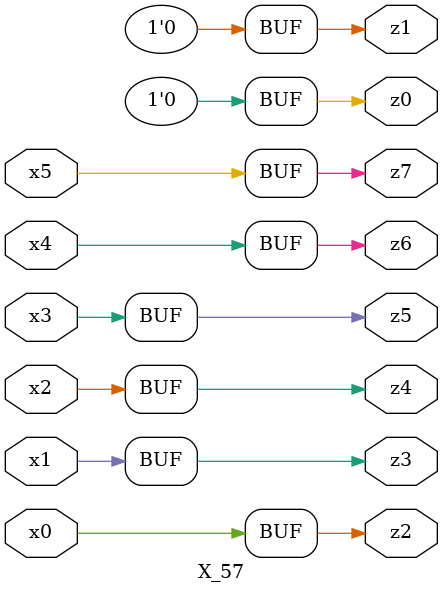
<source format=v>

module X_57 ( 
    x0, x1, x2, x3, x4, x5,
    z0, z1, z2, z3, z4, z5, z6, z7  );
  input  x0, x1, x2, x3, x4, x5;
  output z0, z1, z2, z3, z4, z5, z6, z7;
  assign z0 = 1'b0;
  assign z1 = 1'b0;
  assign z2 = x0;
  assign z3 = x1;
  assign z4 = x2;
  assign z5 = x3;
  assign z6 = x4;
  assign z7 = x5;
endmodule



</source>
